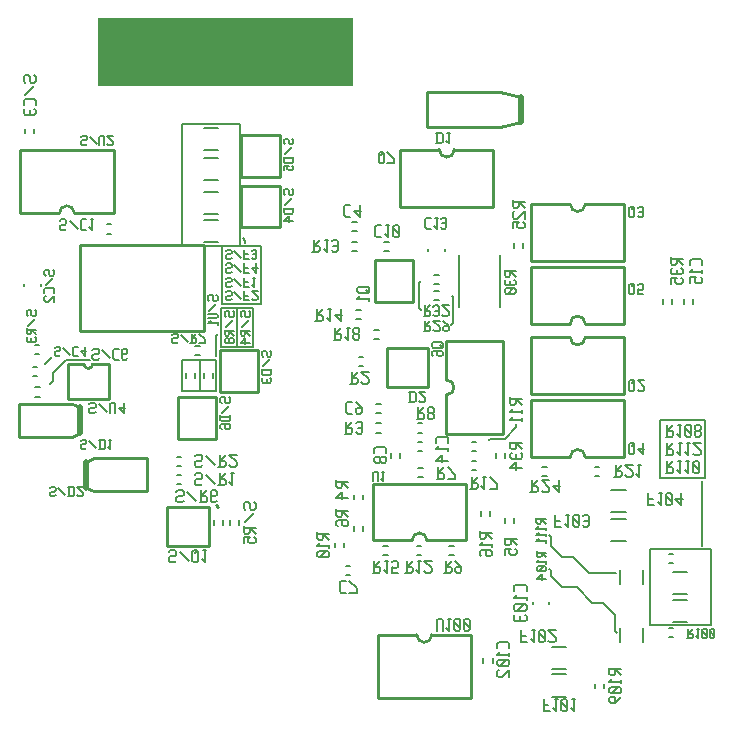
<source format=gbr>
G04 start of page 10 for group -4078 idx -4078 *
G04 Title: (unknown), bottomsilk *
G04 Creator: pcb 20110918 *
G04 CreationDate: Wed 12 Sep 2012 14:20:39 GMT UTC *
G04 For: rob *
G04 Format: Gerber/RS-274X *
G04 PCB-Dimensions: 236220 263780 *
G04 PCB-Coordinate-Origin: lower left *
%MOIN*%
%FSLAX25Y25*%
%LNBOTTOMSILK*%
%ADD120C,0.0200*%
%ADD119C,0.0080*%
%ADD118C,0.0100*%
%ADD117C,0.0079*%
%ADD116C,0.0001*%
G54D116*G36*
X28543Y254725D02*X113780Y254922D01*
Y232087D01*
X28543D01*
Y254725D01*
G37*
G54D117*X62599Y140946D02*Y130514D01*
X67914Y142128D02*Y148822D01*
X68111Y130514D02*Y140946D01*
X56693Y130514D02*X68111D01*
X75000Y158270D02*Y145079D01*
X67914Y148822D02*X68504Y149412D01*
X69685Y145079D02*Y158270D01*
X80315Y145079D02*X69685D01*
X80315Y158270D02*Y145079D01*
X56693Y140946D02*Y130514D01*
X13780Y133663D02*X12795Y132680D01*
X13780Y136419D02*Y133663D01*
X18111Y140750D02*X13780Y136419D01*
X25985Y140750D02*X18111D01*
X13386Y141735D02*X11024Y139373D01*
X68111Y140946D02*X56693Y140947D01*
X69685Y158272D02*X80315Y158268D01*
X70079Y178742D02*Y159648D01*
X83071Y159451D02*Y178742D01*
X70079Y159451D02*X83071D01*
X75985Y219293D02*Y178939D01*
X56693Y219293D02*X75985D01*
X56693Y178939D02*Y219293D01*
X77756Y179727D02*Y180514D01*
X77757Y180513D02*X76970Y181300D01*
X75985Y178939D02*X56693D01*
X83071Y178742D02*X70079D01*
G54D118*X67913Y92323D02*X68504Y91733D01*
G54D117*X164173Y114567D02*X159448D01*
X168110Y119292D02*Y118504D01*
X164173Y114567D01*
X159448D02*X159055Y114174D01*
X136417Y157285D02*Y157286D01*
X135630Y158073D01*
Y166538D01*
X136220Y167128D01*
X146457Y152364D02*Y152365D01*
X147047Y152955D01*
Y161814D01*
X146654Y162207D01*
X179724Y81892D02*Y78940D01*
X183465Y75199D01*
X187008D01*
X179528Y70868D02*Y68703D01*
X179724Y81892D02*X179134Y82482D01*
X179528Y70868D02*X179134Y71262D01*
X179528Y68703D02*X183268Y64963D01*
X212598Y52561D02*X233071D01*
Y77758D02*X212598D01*
Y52561D01*
X216142Y101577D02*X230906D01*
Y120868D01*
X233071Y52561D02*Y77758D01*
X230118Y100592D02*Y78939D01*
X230906Y120868D02*X216142D01*
Y101577D01*
X183268Y64963D02*X188188D01*
X193307Y59844D01*
X197047D01*
X200984Y55907D01*
Y50396D01*
X201575Y49805D01*
X187008Y75199D02*X192323Y69884D01*
X201378D01*
G54D118*X173069Y108435D02*Y127435D01*
X204069D01*
Y108435D01*
X173069D02*X186069D01*
X204069D02*X191069D01*
G75*G03X186069Y108435I-2500J0D01*G01*
X204069Y148301D02*Y129301D01*
X173069D02*X204069D01*
X173069Y148301D02*Y129301D01*
X191069Y148301D02*X204069D01*
X173069D02*X186069D01*
G75*G03X191069Y148301I2500J0D01*G01*
G54D117*X194256Y105250D02*X195830D01*
X194256Y102234D02*X195830D01*
X176808D02*X178382D01*
X176808Y105250D02*X178382D01*
G54D118*X124856Y131828D02*X138756D01*
X124856Y144628D02*Y131828D01*
Y144628D02*X138756D01*
Y131828D01*
G54D117*X120634Y147903D02*X122208D01*
X120634Y150919D02*X122208D01*
G54D119*X144290Y177756D02*Y176970D01*
X138780Y177756D02*Y176970D01*
G54D118*X133763Y174061D02*Y160161D01*
X120963D02*X133763D01*
X120963Y174061D02*Y160161D01*
Y174061D02*X133763D01*
G54D117*X140712Y163911D02*X142286D01*
X140712Y160895D02*X142286D01*
X140713Y169030D02*X142287D01*
X140713Y166014D02*X142287D01*
X123980Y177234D02*X125554D01*
X123980Y180250D02*X125554D01*
X153186Y113518D02*X154760D01*
X153186Y110502D02*X154760D01*
X121493Y123101D02*X123067D01*
X121493Y126117D02*X123067D01*
X121493Y116604D02*X123067D01*
X121493Y119620D02*X123067D01*
X135201Y116604D02*X136775D01*
X135201Y119620D02*X136775D01*
X135201Y110500D02*X136775D01*
X135201Y113516D02*X136775D01*
X129461Y109808D02*Y108234D01*
X126445Y109808D02*Y108234D01*
X153186Y107219D02*X154760D01*
X153186Y104203D02*X154760D01*
X161287Y109682D02*Y108108D01*
X164303Y109682D02*Y108108D01*
G54D119*X162792Y175888D02*Y158566D01*
X149018Y175888D02*Y158566D01*
G54D117*X170406Y179690D02*Y178116D01*
X167390Y179690D02*Y178116D01*
G54D118*X144811Y147181D02*X163811D01*
Y116181D01*
X144811D02*X163811D01*
X144811Y147181D02*Y134181D01*
Y129181D02*Y116181D01*
Y129181D02*G75*G03X144811Y134181I0J2500D01*G01*
G54D117*X220012Y161059D02*Y159485D01*
X216996Y161059D02*Y159485D01*
X226902Y160988D02*Y159414D01*
X223886Y160988D02*Y159414D01*
G54D118*X204069Y192789D02*Y173789D01*
X173069D02*X204069D01*
X173069Y192789D02*Y173789D01*
X191069Y192789D02*X204069D01*
X173069D02*X186069D01*
G75*G03X191069Y192789I2500J0D01*G01*
X173069Y152923D02*Y171923D01*
X204069D01*
Y152923D01*
X173069D02*X186069D01*
X204069D02*X191069D01*
G75*G03X186069Y152923I-2500J0D01*G01*
G54D117*X70209Y87437D02*Y85863D01*
X67193Y87437D02*Y85863D01*
G54D118*X51598Y91674D02*Y78874D01*
X65498D01*
Y91674D02*Y78874D01*
X51598Y91674D02*X65498D01*
G54D119*X202756Y51577D02*Y46853D01*
X210236Y51577D02*Y46853D01*
X202756Y70867D02*Y66143D01*
X210236Y70867D02*Y66143D01*
X199804Y80317D02*X204528D01*
X199804Y87797D02*X204528D01*
X199802Y89963D02*X204526D01*
X199802Y97443D02*X204526D01*
X220275Y60828D02*X224999D01*
X220275Y53348D02*X224999D01*
X220275Y62797D02*X224999D01*
X220275Y70277D02*X224999D01*
G54D117*X218862Y48297D02*X220436D01*
X218862Y51313D02*X220436D01*
X218862Y73100D02*X220436D01*
X218862Y76116D02*X220436D01*
X194358Y32911D02*Y31337D01*
X197374Y32911D02*Y31337D01*
G54D118*X120258Y99286D02*Y80634D01*
Y99286D02*X151390D01*
Y80634D01*
X120258D02*X133324D01*
X138324D02*X151390D01*
X138324D02*G75*G03X133324Y80634I-2500J0D01*G01*
G54D117*X117059Y95903D02*Y94329D01*
X114043Y95903D02*Y94329D01*
X145634Y78675D02*X147208D01*
X145634Y75659D02*X147208D01*
X134879D02*X136453D01*
X134879Y78675D02*X136453D01*
X164437Y88155D02*Y86581D01*
X167453Y88155D02*Y86581D01*
X156169Y90517D02*Y88943D01*
X159185Y90517D02*Y88943D01*
G54D119*X179921Y28546D02*X184645D01*
X179921Y36026D02*X184645D01*
X179921Y37798D02*X184645D01*
X179921Y45278D02*X184645D01*
X179133Y60238D02*Y59452D01*
X173623Y60238D02*Y59452D01*
G54D117*X160169Y41376D02*Y39802D01*
X157153Y41376D02*Y39802D01*
X75721Y87437D02*Y85863D01*
X72705Y87437D02*Y85863D01*
X123658Y75659D02*X125232D01*
X123658Y78675D02*X125232D01*
G54D118*X121835Y49190D02*X134901D01*
X139901D02*X152967D01*
X121835D02*Y27978D01*
X152967D01*
Y49190D02*Y27978D01*
X134901Y49190D02*G75*G03X139901Y49190I2500J0D01*G01*
G54D117*X111185Y69163D02*X112759D01*
X111185Y72179D02*X112759D01*
X114043Y85470D02*Y83896D01*
X117059Y85470D02*Y83896D01*
X110563Y79887D02*Y78313D01*
X107547Y79887D02*Y78313D01*
G54D120*X169784Y228419D02*Y220007D01*
G54D118*X162784Y218307D01*
X138484D02*X162784D01*
X138484Y230119D02*Y218307D01*
Y230119D02*X162784D01*
X169784Y228419D02*X162784Y230119D01*
X160415Y210918D02*Y191918D01*
X129415D02*X160415D01*
X129415Y210918D02*Y191918D01*
X147415Y210918D02*X160415D01*
X129415D02*X142415D01*
G75*G03X147415Y210918I2500J0D01*G01*
G54D119*X63976Y200790D02*X68700D01*
X63976Y208270D02*X68700D01*
X63976Y210632D02*X68700D01*
X63976Y218112D02*X68700D01*
G54D118*X89274Y201926D02*X76474D01*
X89274Y215826D02*Y201926D01*
X76474Y215826D02*X89274D01*
X76474Y201926D02*Y215826D01*
Y198865D02*X89274D01*
X76474D02*Y184965D01*
X89274D01*
Y198865D02*Y184965D01*
G54D117*X63846Y136453D02*Y134879D01*
X66862Y136453D02*Y134879D01*
X113422Y183730D02*X114996D01*
X113422Y186746D02*X114996D01*
X114800Y154399D02*X116374D01*
X114800Y157415D02*X116374D01*
X135271Y101643D02*X136845D01*
X135271Y104659D02*X136845D01*
X115587Y138651D02*X117161D01*
X115587Y141667D02*X117161D01*
X113422Y177234D02*X114996D01*
X113422Y180250D02*X114996D01*
G54D118*X18542Y139495D02*Y127695D01*
X32442D01*
Y139495D02*Y127695D01*
X27042Y139495D02*X32442D01*
X18542D02*X23942D01*
G75*G03X26942Y139495I1500J0D01*G01*
X27328Y97061D02*X24728Y98261D01*
X44928Y97061D02*X27328D01*
X44928Y108061D02*Y97061D01*
X27328Y108061D02*X44928D01*
X24728Y106861D02*X27328Y108061D01*
G54D120*X24728Y98261D02*Y106861D01*
G54D118*X82027Y130144D02*X69227D01*
X82027Y144044D02*Y130144D01*
X69227Y144044D02*X82027D01*
X69227Y130144D02*Y144044D01*
X55332Y128478D02*X68132D01*
X55332D02*Y114578D01*
X68132D01*
Y128478D02*Y114578D01*
G54D117*X58138Y136453D02*Y134879D01*
X61154Y136453D02*Y134879D01*
X60988Y145603D02*X62562D01*
X60988Y142587D02*X62562D01*
G54D118*X19917Y126171D02*X22517Y124971D01*
X2317Y126171D02*X19917D01*
X2317D02*Y115171D01*
X19917D01*
X22517Y116371D02*X19917Y115171D01*
G54D120*X22517Y124971D02*Y116371D01*
G54D117*X7517Y145800D02*X9091D01*
X7517Y142784D02*X9091D01*
X7641Y131628D02*X9215D01*
X7641Y128612D02*X9215D01*
X6854Y135304D02*X8428D01*
X6854Y138320D02*X8428D01*
X54886Y99478D02*X56460D01*
X54886Y102494D02*X56460D01*
X54886Y105382D02*X56460D01*
X54886Y108398D02*X56460D01*
G54D119*X63976Y180120D02*X68700D01*
X63976Y187600D02*X68700D01*
X63976Y189371D02*X68700D01*
X63976Y196851D02*X68700D01*
G54D118*X20807Y189693D02*X33873D01*
X2741D02*X15807D01*
X33873Y210905D02*Y189693D01*
X2741Y210905D02*X33873D01*
X2741D02*Y189693D01*
X20807D02*G75*G03X15807Y189693I-2500J0D01*G01*
G54D117*X7414Y217949D02*Y216375D01*
X4398Y217949D02*Y216375D01*
X31532Y182941D02*X33106D01*
X31532Y185957D02*X33106D01*
G54D118*X64012Y179066D02*Y150566D01*
X22612Y179066D02*X64012D01*
X22612D02*Y150566D01*
X64012D01*
G54D119*X4135Y166142D02*Y165356D01*
X9645Y166142D02*Y165356D01*
G54D117*X141505Y50514D02*Y54014D01*
X142005Y54514D01*
X143005D01*
X143505Y54014D01*
Y50514D02*Y54014D01*
X145205Y54514D02*X146205D01*
X145705Y50514D02*Y54514D01*
X144705Y51514D02*X145705Y50514D01*
X147405Y54014D02*X147905Y54514D01*
X147405Y51014D02*Y54014D01*
Y51014D02*X147905Y50514D01*
X148905D01*
X149405Y51014D01*
Y54014D01*
X148905Y54514D02*X149405Y54014D01*
X147905Y54514D02*X148905D01*
X147405Y53514D02*X149405Y51514D01*
X150605Y54014D02*X151105Y54514D01*
X150605Y51014D02*Y54014D01*
Y51014D02*X151105Y50514D01*
X152105D01*
X152605Y51014D01*
Y54014D01*
X152105Y54514D02*X152605Y54014D01*
X151105Y54514D02*X152105D01*
X150605Y53514D02*X152605Y51514D01*
X169687Y46672D02*Y50672D01*
Y46672D02*X171687D01*
X169687Y48672D02*X171187D01*
X173387Y50672D02*X174387D01*
X173887Y46672D02*Y50672D01*
X172887Y47672D02*X173887Y46672D01*
X175587Y50172D02*X176087Y50672D01*
X175587Y47172D02*Y50172D01*
Y47172D02*X176087Y46672D01*
X177087D01*
X177587Y47172D01*
Y50172D01*
X177087Y50672D02*X177587Y50172D01*
X176087Y50672D02*X177087D01*
X175587Y49672D02*X177587Y47672D01*
X178787Y47172D02*X179287Y46672D01*
X180787D01*
X181287Y47172D01*
Y48172D01*
X178787Y50672D02*X181287Y48172D01*
X178787Y50672D02*X181287D01*
X165826Y44692D02*Y46192D01*
X165326Y46692D02*X165826Y46192D01*
X162326Y46692D02*X165326D01*
X162326D02*X161826Y46192D01*
Y44692D02*Y46192D01*
X165826Y41992D02*Y42992D01*
X161826Y42492D02*X165826D01*
X162826Y43492D02*X161826Y42492D01*
X165326Y40792D02*X165826Y40292D01*
X162326Y40792D02*X165326D01*
X162326D02*X161826Y40292D01*
Y39292D02*Y40292D01*
Y39292D02*X162326Y38792D01*
X165326D01*
X165826Y39292D02*X165326Y38792D01*
X165826Y39292D02*Y40292D01*
X164826Y40792D02*X162826Y38792D01*
X162326Y37592D02*X161826Y37092D01*
Y35592D02*Y37092D01*
Y35592D02*X162326Y35092D01*
X163326D01*
X165826Y37592D02*X163326Y35092D01*
X165826D02*Y37592D01*
X109788Y67207D02*X111288D01*
X109288Y66707D02*X109788Y67207D01*
X109288Y63707D02*Y66707D01*
Y63707D02*X109788Y63207D01*
X111288D01*
X112488Y67207D02*X114988Y64707D01*
Y63207D02*Y64707D01*
X112488Y63207D02*X114988D01*
X120239Y69900D02*X122239D01*
X122739Y70400D01*
Y71400D01*
X122239Y71900D02*X122739Y71400D01*
X120739Y71900D02*X122239D01*
X120739Y69900D02*Y73900D01*
Y71900D02*X122739Y73900D01*
X124439D02*X125439D01*
X124939Y69900D02*Y73900D01*
X123939Y70900D02*X124939Y69900D01*
X126639D02*X128639D01*
X126639D02*Y71900D01*
X127139Y71400D01*
X128139D01*
X128639Y71900D01*
Y73400D01*
X128139Y73900D02*X128639Y73400D01*
X127139Y73900D02*X128139D01*
X126639Y73400D02*X127139Y73900D01*
X108085Y89107D02*Y91107D01*
Y89107D02*X108585Y88607D01*
X109585D01*
X110085Y89107D02*X109585Y88607D01*
X110085Y89107D02*Y90607D01*
X108085D02*X112085D01*
X110085D02*X112085Y88607D01*
X108085Y85907D02*X108585Y85407D01*
X108085Y85907D02*Y86907D01*
X108585Y87407D02*X108085Y86907D01*
X108585Y87407D02*X111585D01*
X112085Y86907D01*
X110085Y85907D02*X110585Y85407D01*
X110085Y85907D02*Y87407D01*
X112085Y85907D02*Y86907D01*
Y85907D02*X111585Y85407D01*
X110585D02*X111585D01*
X101787Y81430D02*Y83430D01*
Y81430D02*X102287Y80930D01*
X103287D01*
X103787Y81430D02*X103287Y80930D01*
X103787Y81430D02*Y82930D01*
X101787D02*X105787D01*
X103787D02*X105787Y80930D01*
Y78230D02*Y79230D01*
X101787Y78730D02*X105787D01*
X102787Y79730D02*X101787Y78730D01*
X105287Y77030D02*X105787Y76530D01*
X102287Y77030D02*X105287D01*
X102287D02*X101787Y76530D01*
Y75530D02*Y76530D01*
Y75530D02*X102287Y75030D01*
X105287D01*
X105787Y75530D02*X105287Y75030D01*
X105787Y75530D02*Y76530D01*
X104787Y77030D02*X102787Y75030D01*
X164189Y79531D02*Y81531D01*
Y79531D02*X164689Y79031D01*
X165689D01*
X166189Y79531D02*X165689Y79031D01*
X166189Y79531D02*Y81031D01*
X164189D02*X168189D01*
X166189D02*X168189Y79031D01*
X164189Y75831D02*Y77831D01*
X166189D01*
X165689Y77331D01*
Y76331D02*Y77331D01*
Y76331D02*X166189Y75831D01*
X167689D01*
X168189Y76331D02*X167689Y75831D01*
X168189Y76331D02*Y77331D01*
X167689Y77831D02*X168189Y77331D01*
X144059Y69900D02*X146059D01*
X146559Y70400D01*
Y71400D01*
X146059Y71900D02*X146559Y71400D01*
X144559Y71900D02*X146059D01*
X144559Y69900D02*Y73900D01*
Y71900D02*X146559Y73900D01*
X147759D02*X149759Y71900D01*
Y70400D02*Y71900D01*
X149259Y69900D02*X149759Y70400D01*
X148259Y69900D02*X149259D01*
X147759Y70400D02*X148259Y69900D01*
X147759Y70400D02*Y71400D01*
X148259Y71900D01*
X149759D01*
X131066Y69899D02*X133066D01*
X133566Y70399D01*
Y71399D01*
X133066Y71899D02*X133566Y71399D01*
X131566Y71899D02*X133066D01*
X131566Y69899D02*Y73899D01*
Y71899D02*X133566Y73899D01*
X135266D02*X136266D01*
X135766Y69899D02*Y73899D01*
X134766Y70899D02*X135766Y69899D01*
X137466Y70399D02*X137966Y69899D01*
X139466D01*
X139966Y70399D01*
Y71399D01*
X137466Y73899D02*X139966Y71399D01*
X137466Y73899D02*X139966D01*
X54188Y73346D02*X54688Y73846D01*
X52688Y73346D02*X54188D01*
X52188Y73846D02*X52688Y73346D01*
X52188Y73846D02*Y74846D01*
X52688Y75346D01*
X54188D01*
X54688Y75846D01*
Y76846D01*
X54188Y77346D02*X54688Y76846D01*
X52688Y77346D02*X54188D01*
X52188Y76846D02*X52688Y77346D01*
X55888Y76846D02*X58888Y73846D01*
X60088D02*Y76846D01*
Y73846D02*X60588Y73346D01*
X61588D01*
X62088Y73846D01*
Y76846D01*
X61588Y77346D02*X62088Y76846D01*
X60588Y77346D02*X61588D01*
X60088Y76846D02*X60588Y77346D01*
X61088Y76346D02*X62088Y77346D01*
X63788D02*X64788D01*
X64288Y73346D02*Y77346D01*
X63288Y74346D02*X64288Y73346D01*
X155924Y81697D02*Y83697D01*
Y81697D02*X156424Y81197D01*
X157424D01*
X157924Y81697D02*X157424Y81197D01*
X157924Y81697D02*Y83197D01*
X155924D02*X159924D01*
X157924D02*X159924Y81197D01*
Y78497D02*Y79497D01*
X155924Y78997D02*X159924D01*
X156924Y79997D02*X155924Y78997D01*
Y75797D02*X156424Y75297D01*
X155924Y75797D02*Y76797D01*
X156424Y77297D02*X155924Y76797D01*
X156424Y77297D02*X159424D01*
X159924Y76797D01*
X157924Y75797D02*X158424Y75297D01*
X157924Y75797D02*Y77297D01*
X159924Y75797D02*Y76797D01*
Y75797D02*X159424Y75297D01*
X158424D02*X159424D01*
X174993Y75411D02*Y76971D01*
Y75411D02*X175383Y75021D01*
X176163D01*
X176553Y75411D02*X176163Y75021D01*
X176553Y75411D02*Y76581D01*
X174993D02*X178113D01*
X176553D02*X178113Y75021D01*
Y72915D02*Y73695D01*
X174993Y73305D02*X178113D01*
X175773Y74085D02*X174993Y73305D01*
X177723Y71979D02*X178113Y71589D01*
X175383Y71979D02*X177723D01*
X175383D02*X174993Y71589D01*
Y70809D02*Y71589D01*
Y70809D02*X175383Y70419D01*
X177723D01*
X178113Y70809D02*X177723Y70419D01*
X178113Y70809D02*Y71589D01*
X177333Y71979D02*X175773Y70419D01*
X176553Y69483D02*X174993Y67923D01*
X176553Y67533D02*Y69483D01*
X174993Y67923D02*X178113D01*
X174794Y86633D02*Y88193D01*
Y86633D02*X175184Y86243D01*
X175964D01*
X176354Y86633D02*X175964Y86243D01*
X176354Y86633D02*Y87803D01*
X174794D02*X177914D01*
X176354D02*X177914Y86243D01*
Y84137D02*Y84917D01*
X174794Y84527D02*X177914D01*
X175574Y85307D02*X174794Y84527D01*
X177914Y82031D02*Y82811D01*
X174794Y82421D02*X177914D01*
X175574Y83201D02*X174794Y82421D01*
X177914Y79925D02*Y80705D01*
X174794Y80315D02*X177914D01*
X175574Y81095D02*X174794Y80315D01*
X217913Y102970D02*X219913D01*
X220413Y103470D01*
Y104470D01*
X219913Y104970D02*X220413Y104470D01*
X218413Y104970D02*X219913D01*
X218413Y102970D02*Y106970D01*
Y104970D02*X220413Y106970D01*
X222113D02*X223113D01*
X222613Y102970D02*Y106970D01*
X221613Y103970D02*X222613Y102970D01*
X224813Y106970D02*X225813D01*
X225313Y102970D02*Y106970D01*
X224313Y103970D02*X225313Y102970D01*
X227013Y106470D02*X227513Y106970D01*
X227013Y103470D02*Y106470D01*
Y103470D02*X227513Y102970D01*
X228513D01*
X229013Y103470D01*
Y106470D01*
X228513Y106970D02*X229013Y106470D01*
X227513Y106970D02*X228513D01*
X227013Y105970D02*X229013Y103970D01*
X205664Y109925D02*Y112595D01*
Y109925D02*X206109Y109480D01*
X206999D01*
X207444Y109925D01*
Y112595D01*
X206999Y113040D02*X207444Y112595D01*
X206109Y113040D02*X206999D01*
X205664Y112595D02*X206109Y113040D01*
X206554Y112150D02*X207444Y113040D01*
X208512Y111260D02*X210292Y109480D01*
X208512Y111260D02*X210737D01*
X210292Y109480D02*Y113040D01*
X217985Y109072D02*X219985D01*
X220485Y109572D01*
Y110572D01*
X219985Y111072D02*X220485Y110572D01*
X218485Y111072D02*X219985D01*
X218485Y109072D02*Y113072D01*
Y111072D02*X220485Y113072D01*
X222185D02*X223185D01*
X222685Y109072D02*Y113072D01*
X221685Y110072D02*X222685Y109072D01*
X224885Y113072D02*X225885D01*
X225385Y109072D02*Y113072D01*
X224385Y110072D02*X225385Y109072D01*
X227085Y109572D02*X227585Y109072D01*
X229085D01*
X229585Y109572D01*
Y110572D01*
X227085Y113072D02*X229585Y110572D01*
X227085Y113072D02*X229585D01*
X212008Y92339D02*Y96339D01*
Y92339D02*X214008D01*
X212008Y94339D02*X213508D01*
X215708Y96339D02*X216708D01*
X216208Y92339D02*Y96339D01*
X215208Y93339D02*X216208Y92339D01*
X217908Y95839D02*X218408Y96339D01*
X217908Y92839D02*Y95839D01*
Y92839D02*X218408Y92339D01*
X219408D01*
X219908Y92839D01*
Y95839D01*
X219408Y96339D02*X219908Y95839D01*
X218408Y96339D02*X219408D01*
X217908Y95339D02*X219908Y93339D01*
X221108Y94339D02*X223108Y92339D01*
X221108Y94339D02*X223608D01*
X223108Y92339D02*Y96339D01*
X181101Y85253D02*Y89253D01*
Y85253D02*X183101D01*
X181101Y87253D02*X182601D01*
X184801Y89253D02*X185801D01*
X185301Y85253D02*Y89253D01*
X184301Y86253D02*X185301Y85253D01*
X187001Y88753D02*X187501Y89253D01*
X187001Y85753D02*Y88753D01*
Y85753D02*X187501Y85253D01*
X188501D01*
X189001Y85753D01*
Y88753D01*
X188501Y89253D02*X189001Y88753D01*
X187501Y89253D02*X188501D01*
X187001Y88253D02*X189001Y86253D01*
X190201Y85753D02*X190701Y85253D01*
X191701D01*
X192201Y85753D01*
Y88753D01*
X191701Y89253D02*X192201Y88753D01*
X190701Y89253D02*X191701D01*
X190201Y88753D02*X190701Y89253D01*
Y87253D02*X192201D01*
X225036Y48025D02*X226596D01*
X226986Y48415D01*
Y49195D01*
X226596Y49585D02*X226986Y49195D01*
X225426Y49585D02*X226596D01*
X225426Y48025D02*Y51145D01*
Y49585D02*X226986Y51145D01*
X228312D02*X229092D01*
X228702Y48025D02*Y51145D01*
X227922Y48805D02*X228702Y48025D01*
X230028Y50755D02*X230418Y51145D01*
X230028Y48415D02*Y50755D01*
Y48415D02*X230418Y48025D01*
X231198D01*
X231588Y48415D01*
Y50755D01*
X231198Y51145D02*X231588Y50755D01*
X230418Y51145D02*X231198D01*
X230028Y50365D02*X231588Y48805D01*
X232524Y50755D02*X232914Y51145D01*
X232524Y48415D02*Y50755D01*
Y48415D02*X232914Y48025D01*
X233694D01*
X234084Y48415D01*
Y50755D01*
X233694Y51145D02*X234084Y50755D01*
X232914Y51145D02*X233694D01*
X232524Y50365D02*X234084Y48805D01*
X217950Y115175D02*X219950D01*
X220450Y115675D01*
Y116675D01*
X219950Y117175D02*X220450Y116675D01*
X218450Y117175D02*X219950D01*
X218450Y115175D02*Y119175D01*
Y117175D02*X220450Y119175D01*
X222150D02*X223150D01*
X222650Y115175D02*Y119175D01*
X221650Y116175D02*X222650Y115175D01*
X224350Y118675D02*X224850Y119175D01*
X224350Y115675D02*Y118675D01*
Y115675D02*X224850Y115175D01*
X225850D01*
X226350Y115675D01*
Y118675D01*
X225850Y119175D02*X226350Y118675D01*
X224850Y119175D02*X225850D01*
X224350Y118175D02*X226350Y116175D01*
X227550Y118675D02*X228050Y119175D01*
X227550Y117675D02*Y118675D01*
Y117675D02*X228050Y117175D01*
X229050D01*
X229550Y117675D01*
Y118675D01*
X229050Y119175D02*X229550Y118675D01*
X228050Y119175D02*X229050D01*
X227550Y116675D02*X228050Y117175D01*
X227550Y115675D02*Y116675D01*
Y115675D02*X228050Y115175D01*
X229050D01*
X229550Y115675D01*
Y116675D01*
X229050Y117175D02*X229550Y116675D01*
X165962Y126309D02*Y128309D01*
Y126309D02*X166462Y125809D01*
X167462D01*
X167962Y126309D02*X167462Y125809D01*
X167962Y126309D02*Y127809D01*
X165962D02*X169962D01*
X167962D02*X169962Y125809D01*
Y123109D02*Y124109D01*
X165962Y123609D02*X169962D01*
X166962Y124609D02*X165962Y123609D01*
X169962Y120409D02*Y121409D01*
X165962Y120909D02*X169962D01*
X166962Y121909D02*X165962Y120909D01*
X200753Y101789D02*X202753D01*
X203253Y102289D01*
Y103289D01*
X202753Y103789D02*X203253Y103289D01*
X201253Y103789D02*X202753D01*
X201253Y101789D02*Y105789D01*
Y103789D02*X203253Y105789D01*
X204453Y102289D02*X204953Y101789D01*
X206453D01*
X206953Y102289D01*
Y103289D01*
X204453Y105789D02*X206953Y103289D01*
X204453Y105789D02*X206953D01*
X208653D02*X209653D01*
X209153Y101789D02*Y105789D01*
X208153Y102789D02*X209153Y101789D01*
X172799Y96671D02*X174799D01*
X175299Y97171D01*
Y98171D01*
X174799Y98671D02*X175299Y98171D01*
X173299Y98671D02*X174799D01*
X173299Y96671D02*Y100671D01*
Y98671D02*X175299Y100671D01*
X176499Y97171D02*X176999Y96671D01*
X178499D01*
X178999Y97171D01*
Y98171D01*
X176499Y100671D02*X178999Y98171D01*
X176499Y100671D02*X178999D01*
X180199Y98671D02*X182199Y96671D01*
X180199Y98671D02*X182699D01*
X182199Y96671D02*Y100671D01*
X166157Y111546D02*Y113546D01*
Y111546D02*X166657Y111046D01*
X167657D01*
X168157Y111546D02*X167657Y111046D01*
X168157Y111546D02*Y113046D01*
X166157D02*X170157D01*
X168157D02*X170157Y111046D01*
X166657Y109846D02*X166157Y109346D01*
Y108346D02*Y109346D01*
Y108346D02*X166657Y107846D01*
X169657D01*
X170157Y108346D02*X169657Y107846D01*
X170157Y108346D02*Y109346D01*
X169657Y109846D02*X170157Y109346D01*
X168157Y107846D02*Y109346D01*
Y106646D02*X166157Y104646D01*
X168157Y104146D02*Y106646D01*
X166157Y104646D02*X170157D01*
X171691Y63728D02*Y65393D01*
X171136Y65948D02*X171691Y65393D01*
X167806Y65948D02*X171136D01*
X167806D02*X167251Y65393D01*
Y63728D02*Y65393D01*
X171691Y60731D02*Y61841D01*
X167251Y61286D02*X171691D01*
X168361Y62396D02*X167251Y61286D01*
X171136Y59399D02*X171691Y58844D01*
X167806Y59399D02*X171136D01*
X167806D02*X167251Y58844D01*
Y57734D02*Y58844D01*
Y57734D02*X167806Y57179D01*
X171136D01*
X171691Y57734D02*X171136Y57179D01*
X171691Y57734D02*Y58844D01*
X170581Y59399D02*X168361Y57179D01*
X167806Y55847D02*X167251Y55292D01*
Y54182D02*Y55292D01*
Y54182D02*X167806Y53627D01*
X171136D01*
X171691Y54182D02*X171136Y53627D01*
X171691Y54182D02*Y55292D01*
X171136Y55847D02*X171691Y55292D01*
X169471Y53627D02*Y55292D01*
X177165Y23640D02*Y27640D01*
Y23640D02*X179165D01*
X177165Y25640D02*X178665D01*
X180865Y27640D02*X181865D01*
X181365Y23640D02*Y27640D01*
X180365Y24640D02*X181365Y23640D01*
X183065Y27140D02*X183565Y27640D01*
X183065Y24140D02*Y27140D01*
Y24140D02*X183565Y23640D01*
X184565D01*
X185065Y24140D01*
Y27140D01*
X184565Y27640D02*X185065Y27140D01*
X183565Y27640D02*X184565D01*
X183065Y26640D02*X185065Y24640D01*
X186765Y27640D02*X187765D01*
X187265Y23640D02*Y27640D01*
X186265Y24640D02*X187265Y23640D01*
X199032Y36154D02*Y38154D01*
Y36154D02*X199532Y35654D01*
X200532D01*
X201032Y36154D02*X200532Y35654D01*
X201032Y36154D02*Y37654D01*
X199032D02*X203032D01*
X201032D02*X203032Y35654D01*
Y32954D02*Y33954D01*
X199032Y33454D02*X203032D01*
X200032Y34454D02*X199032Y33454D01*
X202532Y31754D02*X203032Y31254D01*
X199532Y31754D02*X202532D01*
X199532D02*X199032Y31254D01*
Y30254D02*Y31254D01*
Y30254D02*X199532Y29754D01*
X202532D01*
X203032Y30254D02*X202532Y29754D01*
X203032Y30254D02*Y31254D01*
X202032Y31754D02*X200032Y29754D01*
X203032Y28554D02*X201032Y26554D01*
X199532D02*X201032D01*
X199032Y27054D02*X199532Y26554D01*
X199032Y27054D02*Y28054D01*
X199532Y28554D02*X199032Y28054D01*
X199532Y28554D02*X200532D01*
X201032Y28054D01*
Y26554D02*Y28054D01*
X77181Y91344D02*X77681Y90844D01*
X77181Y91344D02*Y92844D01*
X77681Y93344D02*X77181Y92844D01*
X77681Y93344D02*X78681D01*
X79181Y92844D01*
Y91344D02*Y92844D01*
Y91344D02*X79681Y90844D01*
X80681D01*
X81181Y91344D02*X80681Y90844D01*
X81181Y91344D02*Y92844D01*
X80681Y93344D02*X81181Y92844D01*
X80681Y89644D02*X77681Y86644D01*
X77181Y83444D02*Y85444D01*
Y83444D02*X77681Y82944D01*
X78681D01*
X79181Y83444D02*X78681Y82944D01*
X79181Y83444D02*Y84944D01*
X77181D02*X81181D01*
X79181D02*X81181Y82944D01*
X77181Y79744D02*Y81744D01*
X79181D01*
X78681Y81244D01*
Y80244D02*Y81244D01*
Y80244D02*X79181Y79744D01*
X80681D01*
X81181Y80244D02*X80681Y79744D01*
X81181Y80244D02*Y81244D01*
X80681Y81744D02*X81181Y81244D01*
X56689Y93324D02*X57189Y93824D01*
X55189Y93324D02*X56689D01*
X54689Y93824D02*X55189Y93324D01*
X54689Y93824D02*Y94824D01*
X55189Y95324D01*
X56689D01*
X57189Y95824D01*
Y96824D01*
X56689Y97324D02*X57189Y96824D01*
X55189Y97324D02*X56689D01*
X54689Y96824D02*X55189Y97324D01*
X58389Y96824D02*X61389Y93824D01*
X62589Y93324D02*X64589D01*
X65089Y93824D01*
Y94824D01*
X64589Y95324D02*X65089Y94824D01*
X63089Y95324D02*X64589D01*
X63089Y93324D02*Y97324D01*
Y95324D02*X65089Y97324D01*
X67789Y93324D02*X68289Y93824D01*
X66789Y93324D02*X67789D01*
X66289Y93824D02*X66789Y93324D01*
X66289Y93824D02*Y96824D01*
X66789Y97324D01*
X67789Y95324D02*X68289Y95824D01*
X66289Y95324D02*X67789D01*
X66789Y97324D02*X67789D01*
X68289Y96824D01*
Y95824D02*Y96824D01*
X108087Y98627D02*Y100627D01*
Y98627D02*X108587Y98127D01*
X109587D01*
X110087Y98627D02*X109587Y98127D01*
X110087Y98627D02*Y100127D01*
X108087D02*X112087D01*
X110087D02*X112087Y98127D01*
X110087Y96927D02*X108087Y94927D01*
X110087Y94427D02*Y96927D01*
X108087Y94927D02*X112087D01*
X62864Y99032D02*X63364Y99532D01*
X61364Y99032D02*X62864D01*
X60864Y99532D02*X61364Y99032D01*
X60864Y99532D02*Y100532D01*
X61364Y101032D01*
X62864D01*
X63364Y101532D01*
Y102532D01*
X62864Y103032D02*X63364Y102532D01*
X61364Y103032D02*X62864D01*
X60864Y102532D02*X61364Y103032D01*
X64564Y102532D02*X67564Y99532D01*
X68764Y99032D02*X70764D01*
X71264Y99532D01*
Y100532D01*
X70764Y101032D02*X71264Y100532D01*
X69264Y101032D02*X70764D01*
X69264Y99032D02*Y103032D01*
Y101032D02*X71264Y103032D01*
X72964D02*X73964D01*
X73464Y99032D02*Y103032D01*
X72464Y100032D02*X73464Y99032D01*
X62862Y105134D02*X63362Y105634D01*
X61362Y105134D02*X62862D01*
X60862Y105634D02*X61362Y105134D01*
X60862Y105634D02*Y106634D01*
X61362Y107134D01*
X62862D01*
X63362Y107634D01*
Y108634D01*
X62862Y109134D02*X63362Y108634D01*
X61362Y109134D02*X62862D01*
X60862Y108634D02*X61362Y109134D01*
X64562Y108634D02*X67562Y105634D01*
X68762Y105134D02*X70762D01*
X71262Y105634D01*
Y106634D01*
X70762Y107134D02*X71262Y106634D01*
X69262Y107134D02*X70762D01*
X69262Y105134D02*Y109134D01*
Y107134D02*X71262Y109134D01*
X72462Y105634D02*X72962Y105134D01*
X74462D01*
X74962Y105634D01*
Y106634D01*
X72462Y109134D02*X74962Y106634D01*
X72462Y109134D02*X74962D01*
X120438Y100489D02*Y103219D01*
X120828Y103609D01*
X121608D01*
X121998Y103219D01*
Y100489D02*Y103219D01*
X123324Y103609D02*X124104D01*
X123714Y100489D02*Y103609D01*
X122934Y101269D02*X123714Y100489D01*
X124686Y109777D02*Y111277D01*
X124186Y111777D02*X124686Y111277D01*
X121186Y111777D02*X124186D01*
X121186D02*X120686Y111277D01*
Y109777D02*Y111277D01*
X124186Y108577D02*X124686Y108077D01*
X123186Y108577D02*X124186D01*
X123186D02*X122686Y108077D01*
Y107077D02*Y108077D01*
Y107077D02*X123186Y106577D01*
X124186D01*
X124686Y107077D02*X124186Y106577D01*
X124686Y107077D02*Y108077D01*
X122186Y108577D02*X122686Y108077D01*
X121186Y108577D02*X122186D01*
X121186D02*X120686Y108077D01*
Y107077D02*Y108077D01*
Y107077D02*X121186Y106577D01*
X122186D01*
X122686Y107077D02*X122186Y106577D01*
X111882Y126853D02*X113382D01*
X111382Y126353D02*X111882Y126853D01*
X111382Y123353D02*Y126353D01*
Y123353D02*X111882Y122853D01*
X113382D01*
X114582Y126853D02*X116582Y124853D01*
Y123353D02*Y124853D01*
X116082Y122853D02*X116582Y123353D01*
X115082Y122853D02*X116082D01*
X114582Y123353D02*X115082Y122853D01*
X114582Y123353D02*Y124353D01*
X115082Y124853D01*
X116582D01*
X134878Y121080D02*X136878D01*
X137378Y121580D01*
Y122580D01*
X136878Y123080D02*X137378Y122580D01*
X135378Y123080D02*X136878D01*
X135378Y121080D02*Y125080D01*
Y123080D02*X137378Y125080D01*
X138578Y124580D02*X139078Y125080D01*
X138578Y123580D02*Y124580D01*
Y123580D02*X139078Y123080D01*
X140078D01*
X140578Y123580D01*
Y124580D01*
X140078Y125080D02*X140578Y124580D01*
X139078Y125080D02*X140078D01*
X138578Y122580D02*X139078Y123080D01*
X138578Y121580D02*Y122580D01*
Y121580D02*X139078Y121080D01*
X140078D01*
X140578Y121580D01*
Y122580D01*
X140078Y123080D02*X140578Y122580D01*
X110987Y116159D02*X112987D01*
X113487Y116659D01*
Y117659D01*
X112987Y118159D02*X113487Y117659D01*
X111487Y118159D02*X112987D01*
X111487Y116159D02*Y120159D01*
Y118159D02*X113487Y120159D01*
X114687Y116659D02*X115187Y116159D01*
X116187D01*
X116687Y116659D01*
Y119659D01*
X116187Y120159D02*X116687Y119659D01*
X115187Y120159D02*X116187D01*
X114687Y119659D02*X115187Y120159D01*
Y118159D02*X116687D01*
X145354Y113178D02*Y114678D01*
X144854Y115178D02*X145354Y114678D01*
X141854Y115178D02*X144854D01*
X141854D02*X141354Y114678D01*
Y113178D02*Y114678D01*
X145354Y110478D02*Y111478D01*
X141354Y110978D02*X145354D01*
X142354Y111978D02*X141354Y110978D01*
X143354Y109278D02*X141354Y107278D01*
X143354Y106778D02*Y109278D01*
X141354Y107278D02*X145354D01*
X141502Y101003D02*X143502D01*
X144002Y101503D01*
Y102503D01*
X143502Y103003D02*X144002Y102503D01*
X142002Y103003D02*X143502D01*
X142002Y101003D02*Y105003D01*
Y103003D02*X144002Y105003D01*
X145202D02*X147702Y102503D01*
Y101003D02*Y102503D01*
X145202Y101003D02*X147702D01*
X152792Y97853D02*X154792D01*
X155292Y98353D01*
Y99353D01*
X154792Y99853D02*X155292Y99353D01*
X153292Y99853D02*X154792D01*
X153292Y97853D02*Y101853D01*
Y99853D02*X155292Y101853D01*
X156992D02*X157992D01*
X157492Y97853D02*Y101853D01*
X156492Y98853D02*X157492Y97853D01*
X159192Y101853D02*X161692Y99353D01*
Y97853D02*Y99353D01*
X159192Y97853D02*X161692D01*
X141783Y213042D02*Y216602D01*
X143118Y213042D02*X143563Y213487D01*
Y216157D01*
X143118Y216602D02*X143563Y216157D01*
X141338Y216602D02*X143118D01*
X141338Y213042D02*X143118D01*
X145076Y216602D02*X145966D01*
X145521Y213042D02*Y216602D01*
X144631Y213932D02*X145521Y213042D01*
X138241Y188111D02*X139576D01*
X137796Y187666D02*X138241Y188111D01*
X137796Y184996D02*Y187666D01*
Y184996D02*X138241Y184551D01*
X139576D01*
X141089Y188111D02*X141979D01*
X141534Y184551D02*Y188111D01*
X140644Y185441D02*X141534Y184551D01*
X143047Y184996D02*X143492Y184551D01*
X144382D01*
X144827Y184996D01*
Y187666D01*
X144382Y188111D02*X144827Y187666D01*
X143492Y188111D02*X144382D01*
X143047Y187666D02*X143492Y188111D01*
Y186331D02*X144827D01*
X122180Y206913D02*Y209583D01*
Y206913D02*X122625Y206468D01*
X123515D01*
X123960Y206913D01*
Y209583D01*
X123515Y210028D02*X123960Y209583D01*
X122625Y210028D02*X123515D01*
X122180Y209583D02*X122625Y210028D01*
X123070Y209138D02*X123960Y210028D01*
X125028D02*X127253Y207803D01*
Y206468D02*Y207803D01*
X125028Y206468D02*X127253D01*
X121600Y185710D02*X123100D01*
X121100Y185210D02*X121600Y185710D01*
X121100Y182210D02*Y185210D01*
Y182210D02*X121600Y181710D01*
X123100D01*
X124800Y185710D02*X125800D01*
X125300Y181710D02*Y185710D01*
X124300Y182710D02*X125300Y181710D01*
X127000Y185210D02*X127500Y185710D01*
X127000Y182210D02*Y185210D01*
Y182210D02*X127500Y181710D01*
X128500D01*
X129000Y182210D01*
Y185210D01*
X128500Y185710D02*X129000Y185210D01*
X127500Y185710D02*X128500D01*
X127000Y184710D02*X129000Y182710D01*
X111292Y192601D02*X112792D01*
X110792Y192101D02*X111292Y192601D01*
X110792Y189101D02*Y192101D01*
Y189101D02*X111292Y188601D01*
X112792D01*
X113992Y190601D02*X115992Y188601D01*
X113992Y190601D02*X116492D01*
X115992Y188601D02*Y192601D01*
X137167Y150300D02*X138947D01*
X139392Y150745D01*
Y151635D01*
X138947Y152080D02*X139392Y151635D01*
X137612Y152080D02*X138947D01*
X137612Y150300D02*Y153860D01*
Y152080D02*X139392Y153860D01*
X140460Y150745D02*X140905Y150300D01*
X142240D01*
X142685Y150745D01*
Y151635D01*
X140460Y153860D02*X142685Y151635D01*
X140460Y153860D02*X142685D01*
X143753D02*X145533Y152080D01*
Y150745D02*Y152080D01*
X145088Y150300D02*X145533Y150745D01*
X144198Y150300D02*X145088D01*
X143753Y150745D02*X144198Y150300D01*
X143753Y150745D02*Y151635D01*
X144198Y152080D01*
X145533D01*
X107319Y147459D02*X109319D01*
X109819Y147959D01*
Y148959D01*
X109319Y149459D02*X109819Y148959D01*
X107819Y149459D02*X109319D01*
X107819Y147459D02*Y151459D01*
Y149459D02*X109819Y151459D01*
X111519D02*X112519D01*
X112019Y147459D02*Y151459D01*
X111019Y148459D02*X112019Y147459D01*
X113719Y150959D02*X114219Y151459D01*
X113719Y149959D02*Y150959D01*
Y149959D02*X114219Y149459D01*
X115219D01*
X115719Y149959D01*
Y150959D01*
X115219Y151459D02*X115719Y150959D01*
X114219Y151459D02*X115219D01*
X113719Y148959D02*X114219Y149459D01*
X113719Y147959D02*Y148959D01*
Y147959D02*X114219Y147459D01*
X115219D01*
X115719Y147959D01*
Y148959D01*
X115219Y149459D02*X115719Y148959D01*
X112760Y132892D02*X114760D01*
X115260Y133392D01*
Y134392D01*
X114760Y134892D02*X115260Y134392D01*
X113260Y134892D02*X114760D01*
X113260Y132892D02*Y136892D01*
Y134892D02*X115260Y136892D01*
X116460Y133392D02*X116960Y132892D01*
X118460D01*
X118960Y133392D01*
Y134392D01*
X116460Y136892D02*X118960Y134392D01*
X116460Y136892D02*X118960D01*
X137169Y155420D02*X138949D01*
X139394Y155865D01*
Y156755D01*
X138949Y157200D02*X139394Y156755D01*
X137614Y157200D02*X138949D01*
X137614Y155420D02*Y158980D01*
Y157200D02*X139394Y158980D01*
X140462Y155865D02*X140907Y155420D01*
X141797D01*
X142242Y155865D01*
Y158535D01*
X141797Y158980D02*X142242Y158535D01*
X140907Y158980D02*X141797D01*
X140462Y158535D02*X140907Y158980D01*
Y157200D02*X142242D01*
X143310Y155865D02*X143755Y155420D01*
X145090D01*
X145535Y155865D01*
Y156755D01*
X143310Y158980D02*X145535Y156755D01*
X143310Y158980D02*X145535D01*
X101146Y153758D02*X103146D01*
X103646Y154258D01*
Y155258D01*
X103146Y155758D02*X103646Y155258D01*
X101646Y155758D02*X103146D01*
X101646Y153758D02*Y157758D01*
Y155758D02*X103646Y157758D01*
X105346D02*X106346D01*
X105846Y153758D02*Y157758D01*
X104846Y154758D02*X105846Y153758D01*
X107546Y155758D02*X109546Y153758D01*
X107546Y155758D02*X110046D01*
X109546Y153758D02*Y157758D01*
X205690Y188821D02*Y191491D01*
Y188821D02*X206135Y188376D01*
X207025D01*
X207470Y188821D01*
Y191491D01*
X207025Y191936D02*X207470Y191491D01*
X206135Y191936D02*X207025D01*
X205690Y191491D02*X206135Y191936D01*
X206580Y191046D02*X207470Y191936D01*
X208538Y188821D02*X208983Y188376D01*
X209873D01*
X210318Y188821D01*
Y191491D01*
X209873Y191936D02*X210318Y191491D01*
X208983Y191936D02*X209873D01*
X208538Y191491D02*X208983Y191936D01*
Y190156D02*X210318D01*
X205664Y163074D02*Y165744D01*
Y163074D02*X206109Y162629D01*
X206999D01*
X207444Y163074D01*
Y165744D01*
X206999Y166189D02*X207444Y165744D01*
X206109Y166189D02*X206999D01*
X205664Y165744D02*X206109Y166189D01*
X206554Y165299D02*X207444Y166189D01*
X208512Y162629D02*X210292D01*
X208512D02*Y164409D01*
X208957Y163964D01*
X209847D01*
X210292Y164409D01*
Y165744D01*
X209847Y166189D02*X210292Y165744D01*
X208957Y166189D02*X209847D01*
X208512Y165744D02*X208957Y166189D01*
X205690Y130947D02*Y133617D01*
Y130947D02*X206135Y130502D01*
X207025D01*
X207470Y130947D01*
Y133617D01*
X207025Y134062D02*X207470Y133617D01*
X206135Y134062D02*X207025D01*
X205690Y133617D02*X206135Y134062D01*
X206580Y133172D02*X207470Y134062D01*
X208538Y130947D02*X208983Y130502D01*
X210318D01*
X210763Y130947D01*
Y131837D01*
X208538Y134062D02*X210763Y131837D01*
X208538Y134062D02*X210763D01*
X219503Y173037D02*Y175037D01*
Y173037D02*X220003Y172537D01*
X221003D01*
X221503Y173037D02*X221003Y172537D01*
X221503Y173037D02*Y174537D01*
X219503D02*X223503D01*
X221503D02*X223503Y172537D01*
X220003Y171337D02*X219503Y170837D01*
Y169837D02*Y170837D01*
Y169837D02*X220003Y169337D01*
X223003D01*
X223503Y169837D02*X223003Y169337D01*
X223503Y169837D02*Y170837D01*
X223003Y171337D02*X223503Y170837D01*
X221503Y169337D02*Y170837D01*
X219503Y166137D02*Y168137D01*
X221503D01*
X221003Y167637D01*
Y166637D02*Y167637D01*
Y166637D02*X221503Y166137D01*
X223003D01*
X223503Y166637D02*X223003Y166137D01*
X223503Y166637D02*Y167637D01*
X223003Y168137D02*X223503Y167637D01*
X230001Y172338D02*Y173838D01*
X229501Y174338D02*X230001Y173838D01*
X226501Y174338D02*X229501D01*
X226501D02*X226001Y173838D01*
Y172338D02*Y173838D01*
X230001Y169638D02*Y170638D01*
X226001Y170138D02*X230001D01*
X227001Y171138D02*X226001Y170138D01*
Y166438D02*Y168438D01*
X228001D01*
X227501Y167938D01*
Y166938D02*Y167938D01*
Y166938D02*X228001Y166438D01*
X229501D01*
X230001Y166938D02*X229501Y166438D01*
X230001Y166938D02*Y167938D01*
X229501Y168438D02*X230001Y167938D01*
X72820Y160624D02*X73210Y161014D01*
X71650Y160624D02*X72820D01*
X71260Y161014D02*X71650Y160624D01*
X71260Y161014D02*Y161794D01*
X71650Y162184D01*
X72820D01*
X73210Y162574D01*
Y163354D01*
X72820Y163744D02*X73210Y163354D01*
X71650Y163744D02*X72820D01*
X71260Y163354D02*X71650Y163744D01*
X74146Y163354D02*X76486Y161014D01*
X77422Y160624D02*Y163744D01*
Y160624D02*X78982D01*
X77422Y162184D02*X78592D01*
X79918Y161014D02*X80308Y160624D01*
X81478D01*
X81868Y161014D01*
Y161794D01*
X79918Y163744D02*X81868Y161794D01*
X79918Y163744D02*X81868D01*
X69465Y126919D02*X69855Y126529D01*
X69465Y126919D02*Y128089D01*
X69855Y128479D02*X69465Y128089D01*
X69855Y128479D02*X70635D01*
X71025Y128089D01*
Y126919D02*Y128089D01*
Y126919D02*X71415Y126529D01*
X72195D01*
X72585Y126919D02*X72195Y126529D01*
X72585Y126919D02*Y128089D01*
X72195Y128479D02*X72585Y128089D01*
X72195Y125593D02*X69855Y123253D01*
X69465Y121927D02*X72585D01*
X69465Y120757D02*X69855Y120367D01*
X72195D01*
X72585Y120757D02*X72195Y120367D01*
X72585Y120757D02*Y122317D01*
X69465Y120757D02*Y122317D01*
Y118261D02*X69855Y117871D01*
X69465Y118261D02*Y119041D01*
X69855Y119431D02*X69465Y119041D01*
X69855Y119431D02*X72195D01*
X72585Y119041D01*
X71025Y118261D02*X71415Y117871D01*
X71025Y118261D02*Y119431D01*
X72585Y118261D02*Y119041D01*
Y118261D02*X72195Y117871D01*
X71415D02*X72195D01*
X65387Y160878D02*X65777Y160488D01*
X65387Y160878D02*Y162048D01*
X65777Y162438D02*X65387Y162048D01*
X65777Y162438D02*X66557D01*
X66947Y162048D01*
Y160878D02*Y162048D01*
Y160878D02*X67337Y160488D01*
X68117D01*
X68507Y160878D02*X68117Y160488D01*
X68507Y160878D02*Y162048D01*
X68117Y162438D02*X68507Y162048D01*
X68117Y159552D02*X65777Y157212D01*
X65387Y156276D02*X68117D01*
X68507Y155886D01*
Y155106D02*Y155886D01*
Y155106D02*X68117Y154716D01*
X65387D02*X68117D01*
X68507Y152610D02*Y153390D01*
X65387Y153000D02*X68507D01*
X66167Y153780D02*X65387Y153000D01*
X70858Y155492D02*X71248Y155102D01*
X70858Y155492D02*Y156662D01*
X71248Y157052D02*X70858Y156662D01*
X71248Y157052D02*X72028D01*
X72418Y156662D01*
Y155492D02*Y156662D01*
Y155492D02*X72808Y155102D01*
X73588D01*
X73978Y155492D02*X73588Y155102D01*
X73978Y155492D02*Y156662D01*
X73588Y157052D02*X73978Y156662D01*
X73588Y154166D02*X71248Y151826D01*
X70858Y149330D02*Y150890D01*
Y149330D02*X71248Y148940D01*
X72028D01*
X72418Y149330D02*X72028Y148940D01*
X72418Y149330D02*Y150500D01*
X70858D02*X73978D01*
X72418D02*X73978Y148940D01*
X73588Y148004D02*X73978Y147614D01*
X72808Y148004D02*X73588D01*
X72808D02*X72418Y147614D01*
Y146834D02*Y147614D01*
Y146834D02*X72808Y146444D01*
X73588D01*
X73978Y146834D02*X73588Y146444D01*
X73978Y146834D02*Y147614D01*
X72028Y148004D02*X72418Y147614D01*
X71248Y148004D02*X72028D01*
X71248D02*X70858Y147614D01*
Y146834D02*Y147614D01*
Y146834D02*X71248Y146444D01*
X72028D01*
X72418Y146834D02*X72028Y146444D01*
X76174Y155491D02*X76564Y155101D01*
X76174Y155491D02*Y156661D01*
X76564Y157051D02*X76174Y156661D01*
X76564Y157051D02*X77344D01*
X77734Y156661D01*
Y155491D02*Y156661D01*
Y155491D02*X78124Y155101D01*
X78904D01*
X79294Y155491D02*X78904Y155101D01*
X79294Y155491D02*Y156661D01*
X78904Y157051D02*X79294Y156661D01*
X78904Y154165D02*X76564Y151825D01*
X76174Y149329D02*Y150889D01*
Y149329D02*X76564Y148939D01*
X77344D01*
X77734Y149329D02*X77344Y148939D01*
X77734Y149329D02*Y150499D01*
X76174D02*X79294D01*
X77734D02*X79294Y148939D01*
X77734Y148003D02*X76174Y146443D01*
X77734Y146053D02*Y148003D01*
X76174Y146443D02*X79294D01*
X27409Y123042D02*X27854Y123487D01*
X26074Y123042D02*X27409D01*
X25629Y123487D02*X26074Y123042D01*
X25629Y123487D02*Y124377D01*
X26074Y124822D01*
X27409D01*
X27854Y125267D01*
Y126157D01*
X27409Y126602D02*X27854Y126157D01*
X26074Y126602D02*X27409D01*
X25629Y126157D02*X26074Y126602D01*
X28922Y126157D02*X31592Y123487D01*
X32660Y123042D02*Y126157D01*
X33105Y126602D01*
X33995D01*
X34440Y126157D01*
Y123042D02*Y126157D01*
X35508Y124822D02*X37288Y123042D01*
X35508Y124822D02*X37733D01*
X37288Y123042D02*Y126602D01*
X28515Y140852D02*X28960Y141297D01*
X27180Y140852D02*X28515D01*
X26735Y141297D02*X27180Y140852D01*
X26735Y141297D02*Y142187D01*
X27180Y142632D01*
X28515D01*
X28960Y143077D01*
Y143967D01*
X28515Y144412D02*X28960Y143967D01*
X27180Y144412D02*X28515D01*
X26735Y143967D02*X27180Y144412D01*
X30028Y143967D02*X32698Y141297D01*
X34211Y144412D02*X35546D01*
X33766Y143967D02*X34211Y144412D01*
X33766Y141297D02*Y143967D01*
Y141297D02*X34211Y140852D01*
X35546D01*
X37949D02*X38394Y141297D01*
X37059Y140852D02*X37949D01*
X36614Y141297D02*X37059Y140852D01*
X36614Y141297D02*Y143967D01*
X37059Y144412D01*
X37949Y142632D02*X38394Y143077D01*
X36614Y142632D02*X37949D01*
X37059Y144412D02*X37949D01*
X38394Y143967D01*
Y143077D02*Y143967D01*
X54868Y146452D02*X55258Y146842D01*
X53698Y146452D02*X54868D01*
X53308Y146842D02*X53698Y146452D01*
X53308Y146842D02*Y147622D01*
X53698Y148012D01*
X54868D01*
X55258Y148402D01*
Y149182D01*
X54868Y149572D02*X55258Y149182D01*
X53698Y149572D02*X54868D01*
X53308Y149182D02*X53698Y149572D01*
X56194Y149182D02*X58534Y146842D01*
X59470Y146452D02*X61030D01*
X61420Y146842D01*
Y147622D01*
X61030Y148012D02*X61420Y147622D01*
X59860Y148012D02*X61030D01*
X59860Y146452D02*Y149572D01*
Y148012D02*X61420Y149572D01*
X62356D02*X64306Y147622D01*
Y146452D02*Y147622D01*
X62356Y146452D02*X64306D01*
X83286Y142316D02*X83676Y141926D01*
X83286Y142316D02*Y143486D01*
X83676Y143876D02*X83286Y143486D01*
X83676Y143876D02*X84456D01*
X84846Y143486D01*
Y142316D02*Y143486D01*
Y142316D02*X85236Y141926D01*
X86016D01*
X86406Y142316D02*X86016Y141926D01*
X86406Y142316D02*Y143486D01*
X86016Y143876D02*X86406Y143486D01*
X86016Y140990D02*X83676Y138650D01*
X83286Y137324D02*X86406D01*
X83286Y136154D02*X83676Y135764D01*
X86016D01*
X86406Y136154D02*X86016Y135764D01*
X86406Y136154D02*Y137714D01*
X83286Y136154D02*Y137714D01*
X83676Y134828D02*X83286Y134438D01*
Y133658D02*Y134438D01*
Y133658D02*X83676Y133268D01*
X86016D01*
X86406Y133658D02*X86016Y133268D01*
X86406Y133658D02*Y134438D01*
X86016Y134828D02*X86406Y134438D01*
X84846Y133268D02*Y134438D01*
X24396Y111138D02*X24786Y111528D01*
X23226Y111138D02*X24396D01*
X22836Y111528D02*X23226Y111138D01*
X22836Y111528D02*Y112308D01*
X23226Y112698D01*
X24396D01*
X24786Y113088D01*
Y113868D01*
X24396Y114258D02*X24786Y113868D01*
X23226Y114258D02*X24396D01*
X22836Y113868D02*X23226Y114258D01*
X25722Y113868D02*X28062Y111528D01*
X29388Y111138D02*Y114258D01*
X30558Y111138D02*X30948Y111528D01*
Y113868D01*
X30558Y114258D02*X30948Y113868D01*
X28998Y114258D02*X30558D01*
X28998Y111138D02*X30558D01*
X32274Y114258D02*X33054D01*
X32664Y111138D02*Y114258D01*
X31884Y111918D02*X32664Y111138D01*
X14160Y95389D02*X14550Y95779D01*
X12990Y95389D02*X14160D01*
X12600Y95779D02*X12990Y95389D01*
X12600Y95779D02*Y96559D01*
X12990Y96949D01*
X14160D01*
X14550Y97339D01*
Y98119D01*
X14160Y98509D02*X14550Y98119D01*
X12990Y98509D02*X14160D01*
X12600Y98119D02*X12990Y98509D01*
X15486Y98119D02*X17826Y95779D01*
X19152Y95389D02*Y98509D01*
X20322Y95389D02*X20712Y95779D01*
Y98119D01*
X20322Y98509D02*X20712Y98119D01*
X18762Y98509D02*X20322D01*
X18762Y95389D02*X20322D01*
X21648Y95779D02*X22038Y95389D01*
X23208D01*
X23598Y95779D01*
Y96559D01*
X21648Y98509D02*X23598Y96559D01*
X21648Y98509D02*X23598D01*
X10819Y169309D02*X11209Y168919D01*
X10819Y169309D02*Y170479D01*
X11209Y170869D02*X10819Y170479D01*
X11209Y170869D02*X11989D01*
X12379Y170479D01*
Y169309D02*Y170479D01*
Y169309D02*X12769Y168919D01*
X13549D01*
X13939Y169309D02*X13549Y168919D01*
X13939Y169309D02*Y170479D01*
X13549Y170869D02*X13939Y170479D01*
X13549Y167983D02*X11209Y165643D01*
X13939Y163147D02*Y164317D01*
X13549Y164707D02*X13939Y164317D01*
X11209Y164707D02*X13549D01*
X11209D02*X10819Y164317D01*
Y163147D02*Y164317D01*
X11209Y162211D02*X10819Y161821D01*
Y160651D02*Y161821D01*
Y160651D02*X11209Y160261D01*
X11989D01*
X13939Y162211D02*X11989Y160261D01*
X13939D02*Y162211D01*
X4914Y155886D02*X5304Y155496D01*
X4914Y155886D02*Y157056D01*
X5304Y157446D02*X4914Y157056D01*
X5304Y157446D02*X6084D01*
X6474Y157056D01*
Y155886D02*Y157056D01*
Y155886D02*X6864Y155496D01*
X7644D01*
X8034Y155886D02*X7644Y155496D01*
X8034Y155886D02*Y157056D01*
X7644Y157446D02*X8034Y157056D01*
X7644Y154560D02*X5304Y152220D01*
X4914Y149724D02*Y151284D01*
Y149724D02*X5304Y149334D01*
X6084D01*
X6474Y149724D02*X6084Y149334D01*
X6474Y149724D02*Y150894D01*
X4914D02*X8034D01*
X6474D02*X8034Y149334D01*
X5304Y148398D02*X4914Y148008D01*
Y147228D02*Y148008D01*
Y147228D02*X5304Y146838D01*
X7644D01*
X8034Y147228D02*X7644Y146838D01*
X8034Y147228D02*Y148008D01*
X7644Y148398D02*X8034Y148008D01*
X6474Y146838D02*Y148008D01*
X15770Y142119D02*X16160Y142509D01*
X14600Y142119D02*X15770D01*
X14210Y142509D02*X14600Y142119D01*
X14210Y142509D02*Y143289D01*
X14600Y143679D01*
X15770D01*
X16160Y144069D01*
Y144849D01*
X15770Y145239D02*X16160Y144849D01*
X14600Y145239D02*X15770D01*
X14210Y144849D02*X14600Y145239D01*
X17096Y144849D02*X19436Y142509D01*
X20762Y145239D02*X21932D01*
X20372Y144849D02*X20762Y145239D01*
X20372Y142509D02*Y144849D01*
Y142509D02*X20762Y142119D01*
X21932D01*
X22868Y143679D02*X24428Y142119D01*
X22868Y143679D02*X24818D01*
X24428Y142119D02*Y145239D01*
X115540Y165202D02*X118540D01*
X115540D02*X115040Y164702D01*
Y163702D02*Y164702D01*
Y163702D02*X115540Y163202D01*
X118540D01*
X119040Y163702D02*X118540Y163202D01*
X119040Y163702D02*Y164702D01*
X118540Y165202D02*X119040Y164702D01*
X118040Y164202D02*X119040Y163202D01*
Y160502D02*Y161502D01*
X115040Y161002D02*X119040D01*
X116040Y162002D02*X115040Y161002D01*
X72818Y165151D02*X73208Y165541D01*
X71648Y165151D02*X72818D01*
X71258Y165541D02*X71648Y165151D01*
X71258Y165541D02*Y166321D01*
X71648Y166711D01*
X72818D01*
X73208Y167101D01*
Y167881D01*
X72818Y168271D02*X73208Y167881D01*
X71648Y168271D02*X72818D01*
X71258Y167881D02*X71648Y168271D01*
X74144Y167881D02*X76484Y165541D01*
X77420Y165151D02*Y168271D01*
Y165151D02*X78980D01*
X77420Y166711D02*X78590D01*
X80306Y168271D02*X81086D01*
X80696Y165151D02*Y168271D01*
X79916Y165931D02*X80696Y165151D01*
X24560Y212402D02*X24950Y212792D01*
X23390Y212402D02*X24560D01*
X23000Y212792D02*X23390Y212402D01*
X23000Y212792D02*Y213572D01*
X23390Y213962D01*
X24560D01*
X24950Y214352D01*
Y215132D01*
X24560Y215522D02*X24950Y215132D01*
X23390Y215522D02*X24560D01*
X23000Y215132D02*X23390Y215522D01*
X25886Y215132D02*X28226Y212792D01*
X29162Y212402D02*Y215132D01*
X29552Y215522D01*
X30332D01*
X30722Y215132D01*
Y212402D02*Y215132D01*
X31658Y212792D02*X32048Y212402D01*
X33218D01*
X33608Y212792D01*
Y213572D01*
X31658Y215522D02*X33608Y213572D01*
X31658Y215522D02*X33608D01*
X3953Y233666D02*X4453Y233166D01*
X3953Y233666D02*Y235166D01*
X4453Y235666D02*X3953Y235166D01*
X4453Y235666D02*X5453D01*
X5953Y235166D01*
Y233666D02*Y235166D01*
Y233666D02*X6453Y233166D01*
X7453D01*
X7953Y233666D02*X7453Y233166D01*
X7953Y233666D02*Y235166D01*
X7453Y235666D02*X7953Y235166D01*
X7453Y231966D02*X4453Y228966D01*
X7953Y225766D02*Y227266D01*
X7453Y227766D02*X7953Y227266D01*
X4453Y227766D02*X7453D01*
X4453D02*X3953Y227266D01*
Y225766D02*Y227266D01*
X4453Y224566D02*X3953Y224066D01*
Y223066D02*Y224066D01*
Y223066D02*X4453Y222566D01*
X7453D01*
X7953Y223066D02*X7453Y222566D01*
X7953Y223066D02*Y224066D01*
X7453Y224566D02*X7953Y224066D01*
X5953Y222566D02*Y224066D01*
X17689Y184158D02*X18134Y184603D01*
X16354Y184158D02*X17689D01*
X15909Y184603D02*X16354Y184158D01*
X15909Y184603D02*Y185493D01*
X16354Y185938D01*
X17689D01*
X18134Y186383D01*
Y187273D01*
X17689Y187718D02*X18134Y187273D01*
X16354Y187718D02*X17689D01*
X15909Y187273D02*X16354Y187718D01*
X19202Y187273D02*X21872Y184603D01*
X23385Y187718D02*X24720D01*
X22940Y187273D02*X23385Y187718D01*
X22940Y184603D02*Y187273D01*
Y184603D02*X23385Y184158D01*
X24720D01*
X26233Y187718D02*X27123D01*
X26678Y184158D02*Y187718D01*
X25788Y185048D02*X26678Y184158D01*
X72819Y169876D02*X73209Y170266D01*
X71649Y169876D02*X72819D01*
X71259Y170266D02*X71649Y169876D01*
X71259Y170266D02*Y171046D01*
X71649Y171436D01*
X72819D01*
X73209Y171826D01*
Y172606D01*
X72819Y172996D02*X73209Y172606D01*
X71649Y172996D02*X72819D01*
X71259Y172606D02*X71649Y172996D01*
X74145Y172606D02*X76485Y170266D01*
X77421Y169876D02*Y172996D01*
Y169876D02*X78981D01*
X77421Y171436D02*X78591D01*
X79917D02*X81477Y169876D01*
X79917Y171436D02*X81867D01*
X81477Y169876D02*Y172996D01*
X72819Y174404D02*X73209Y174794D01*
X71649Y174404D02*X72819D01*
X71259Y174794D02*X71649Y174404D01*
X71259Y174794D02*Y175574D01*
X71649Y175964D01*
X72819D01*
X73209Y176354D01*
Y177134D01*
X72819Y177524D02*X73209Y177134D01*
X71649Y177524D02*X72819D01*
X71259Y177134D02*X71649Y177524D01*
X74145Y177134D02*X76485Y174794D01*
X77421Y174404D02*Y177524D01*
Y174404D02*X78981D01*
X77421Y175964D02*X78591D01*
X79917Y174794D02*X80307Y174404D01*
X81087D01*
X81477Y174794D01*
Y177134D01*
X81087Y177524D02*X81477Y177134D01*
X80307Y177524D02*X81087D01*
X79917Y177134D02*X80307Y177524D01*
Y175964D02*X81477D01*
X90610Y213053D02*X91000Y212663D01*
X90610Y213053D02*Y214223D01*
X91000Y214613D02*X90610Y214223D01*
X91000Y214613D02*X91780D01*
X92170Y214223D01*
Y213053D02*Y214223D01*
Y213053D02*X92560Y212663D01*
X93340D01*
X93730Y213053D02*X93340Y212663D01*
X93730Y213053D02*Y214223D01*
X93340Y214613D02*X93730Y214223D01*
X93340Y211727D02*X91000Y209387D01*
X90610Y208061D02*X93730D01*
X90610Y206891D02*X91000Y206501D01*
X93340D01*
X93730Y206891D02*X93340Y206501D01*
X93730Y206891D02*Y208451D01*
X90610Y206891D02*Y208451D01*
Y204005D02*Y205565D01*
X92170D01*
X91780Y205175D01*
Y204395D02*Y205175D01*
Y204395D02*X92170Y204005D01*
X93340D01*
X93730Y204395D02*X93340Y204005D01*
X93730Y204395D02*Y205175D01*
X93340Y205565D02*X93730Y205175D01*
X90608Y196123D02*X90998Y195733D01*
X90608Y196123D02*Y197293D01*
X90998Y197683D02*X90608Y197293D01*
X90998Y197683D02*X91778D01*
X92168Y197293D01*
Y196123D02*Y197293D01*
Y196123D02*X92558Y195733D01*
X93338D01*
X93728Y196123D02*X93338Y195733D01*
X93728Y196123D02*Y197293D01*
X93338Y197683D02*X93728Y197293D01*
X93338Y194797D02*X90998Y192457D01*
X90608Y191131D02*X93728D01*
X90608Y189961D02*X90998Y189571D01*
X93338D01*
X93728Y189961D02*X93338Y189571D01*
X93728Y189961D02*Y191521D01*
X90608Y189961D02*Y191521D01*
X92168Y188635D02*X90608Y187075D01*
X92168Y186685D02*Y188635D01*
X90608Y187075D02*X93728D01*
X100160Y176789D02*X102160D01*
X102660Y177289D01*
Y178289D01*
X102160Y178789D02*X102660Y178289D01*
X100660Y178789D02*X102160D01*
X100660Y176789D02*Y180789D01*
Y178789D02*X102660Y180789D01*
X104360D02*X105360D01*
X104860Y176789D02*Y180789D01*
X103860Y177789D02*X104860Y176789D01*
X106560Y177289D02*X107060Y176789D01*
X108060D01*
X108560Y177289D01*
Y180289D01*
X108060Y180789D02*X108560Y180289D01*
X107060Y180789D02*X108060D01*
X106560Y180289D02*X107060Y180789D01*
Y178789D02*X108560D01*
X132753Y126706D02*Y130266D01*
X134088Y126706D02*X134533Y127151D01*
Y129821D01*
X134088Y130266D02*X134533Y129821D01*
X132308Y130266D02*X134088D01*
X132308Y126706D02*X134088D01*
X135601Y127151D02*X136046Y126706D01*
X137381D01*
X137826Y127151D01*
Y128041D01*
X135601Y130266D02*X137826Y128041D01*
X135601Y130266D02*X137826D01*
X166945Y192061D02*Y194061D01*
Y192061D02*X167445Y191561D01*
X168445D01*
X168945Y192061D02*X168445Y191561D01*
X168945Y192061D02*Y193561D01*
X166945D02*X170945D01*
X168945D02*X170945Y191561D01*
X167445Y190361D02*X166945Y189861D01*
Y188361D02*Y189861D01*
Y188361D02*X167445Y187861D01*
X168445D01*
X170945Y190361D02*X168445Y187861D01*
X170945D02*Y190361D01*
X166945Y184661D02*Y186661D01*
X168945D01*
X168445Y186161D01*
Y185161D02*Y186161D01*
Y185161D02*X168945Y184661D01*
X170445D01*
X170945Y185161D02*X170445Y184661D01*
X170945Y185161D02*Y186161D01*
X170445Y186661D02*X170945Y186161D01*
X140394Y146673D02*X143064D01*
X140394D02*X139949Y146228D01*
Y145338D02*Y146228D01*
Y145338D02*X140394Y144893D01*
X143064D01*
X143509Y145338D02*X143064Y144893D01*
X143509Y145338D02*Y146228D01*
X143064Y146673D02*X143509Y146228D01*
X142619Y145783D02*X143509Y144893D01*
X139949Y142490D02*X140394Y142045D01*
X139949Y142490D02*Y143380D01*
X140394Y143825D02*X139949Y143380D01*
X140394Y143825D02*X143064D01*
X143509Y143380D01*
X141729Y142490D02*X142174Y142045D01*
X141729Y142490D02*Y143825D01*
X143509Y142490D02*Y143380D01*
Y142490D02*X143064Y142045D01*
X142174D02*X143064D01*
X164275Y168988D02*Y170768D01*
Y168988D02*X164720Y168543D01*
X165610D01*
X166055Y168988D02*X165610Y168543D01*
X166055Y168988D02*Y170323D01*
X164275D02*X167835D01*
X166055D02*X167835Y168543D01*
X164720Y167475D02*X164275Y167030D01*
Y166140D02*Y167030D01*
Y166140D02*X164720Y165695D01*
X167390D01*
X167835Y166140D02*X167390Y165695D01*
X167835Y166140D02*Y167030D01*
X167390Y167475D02*X167835Y167030D01*
X166055Y165695D02*Y167030D01*
X167390Y164627D02*X167835Y164182D01*
X164720Y164627D02*X167390D01*
X164720D02*X164275Y164182D01*
Y163292D02*Y164182D01*
Y163292D02*X164720Y162847D01*
X167390D01*
X167835Y163292D02*X167390Y162847D01*
X167835Y163292D02*Y164182D01*
X166945Y164627D02*X165165Y162847D01*
M02*

</source>
